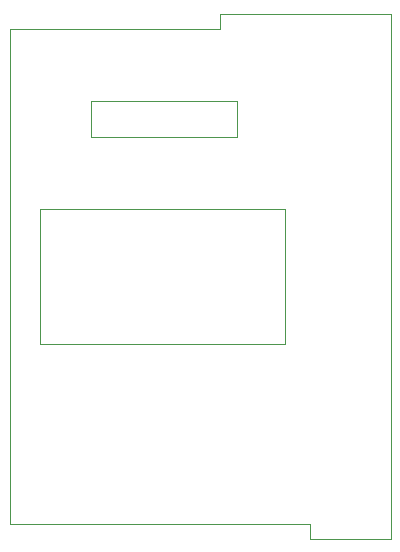
<source format=gbr>
G04 #@! TF.GenerationSoftware,KiCad,Pcbnew,6.0.0-unknown-bc26ccf~86~ubuntu18.04.1*
G04 #@! TF.CreationDate,2019-06-18T13:40:17+01:00*
G04 #@! TF.ProjectId,mouse8,6d6f7573-6538-42e6-9b69-6361645f7063,rev?*
G04 #@! TF.SameCoordinates,Original*
G04 #@! TF.FileFunction,Paste,Bot*
G04 #@! TF.FilePolarity,Positive*
%FSLAX46Y46*%
G04 Gerber Fmt 4.6, Leading zero omitted, Abs format (unit mm)*
G04 Created by KiCad (PCBNEW 6.0.0-unknown-bc26ccf~86~ubuntu18.04.1) date 2019-06-18 13:40:17*
%MOMM*%
%LPD*%
G04 APERTURE LIST*
%ADD10C,0.050000*%
G04 APERTURE END LIST*
D10*
X171653200Y-70916800D02*
X159308800Y-70916800D01*
X184632600Y-63500000D02*
X170180000Y-63500000D01*
X184632600Y-107950000D02*
X177800000Y-107950000D01*
X184632600Y-63500000D02*
X184632600Y-107950000D01*
X154940000Y-91440000D02*
X175717200Y-91440000D01*
X154940000Y-80010000D02*
X175717200Y-80010000D01*
X159308800Y-70916800D02*
X159308800Y-73914000D01*
X171653200Y-73914000D02*
X171653200Y-70916800D01*
X159308800Y-73914000D02*
X171653200Y-73914000D01*
X177800000Y-106680000D02*
X177800000Y-107950000D01*
X152400000Y-106680000D02*
X177800000Y-106680000D01*
X170180000Y-64770000D02*
X152400000Y-64770000D01*
X170180000Y-63500000D02*
X170180000Y-64770000D01*
X154940000Y-91440000D02*
X154940000Y-90805000D01*
X175717200Y-91440000D02*
X175717200Y-90805000D01*
X175717200Y-80010000D02*
X175717200Y-90805000D01*
X154940000Y-90805000D02*
X154940000Y-80010000D01*
X152400000Y-106680000D02*
X152400000Y-64770000D01*
M02*

</source>
